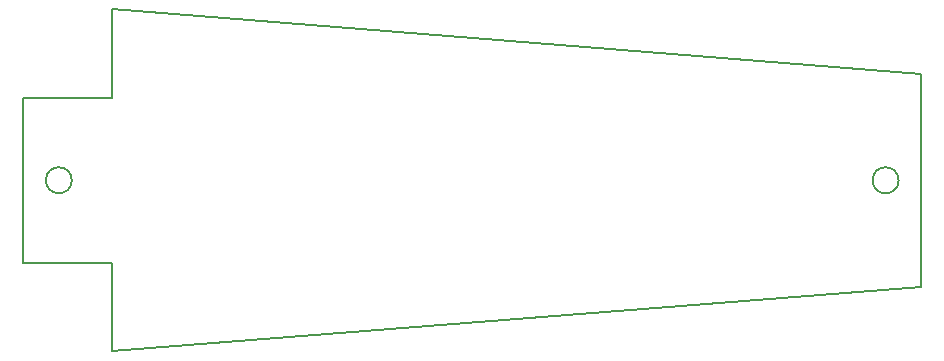
<source format=gbp>
G04 #@! TF.GenerationSoftware,KiCad,Pcbnew,5.1.5+dfsg1-2build2*
G04 #@! TF.CreationDate,2023-01-25T20:05:03+01:00*
G04 #@! TF.ProjectId,main,6d61696e-2e6b-4696-9361-645f70636258,rev?*
G04 #@! TF.SameCoordinates,Original*
G04 #@! TF.FileFunction,Paste,Bot*
G04 #@! TF.FilePolarity,Positive*
%FSLAX46Y46*%
G04 Gerber Fmt 4.6, Leading zero omitted, Abs format (unit mm)*
G04 Created by KiCad (PCBNEW 5.1.5+dfsg1-2build2) date 2023-01-25 20:05:03*
%MOMM*%
%LPD*%
G04 APERTURE LIST*
%ADD10C,0.150000*%
G04 APERTURE END LIST*
D10*
X171100000Y-100000000D02*
G75*
G03X171100000Y-100000000I-1100000J0D01*
G01*
X101100000Y-100000000D02*
G75*
G03X101100000Y-100000000I-1100000J0D01*
G01*
X97000000Y-93000000D02*
X97000000Y-107000000D01*
X104500000Y-85500000D02*
X104500000Y-93000000D01*
X104500000Y-114500000D02*
X104500000Y-107000000D01*
X104500000Y-107000000D02*
X97000000Y-107000000D01*
X104500000Y-93000000D02*
X97000000Y-93000000D01*
X104500000Y-114500000D02*
X173000000Y-109000000D01*
X173000000Y-91000000D02*
X173000000Y-109000000D01*
X104500000Y-85500000D02*
X173000000Y-91000000D01*
M02*

</source>
